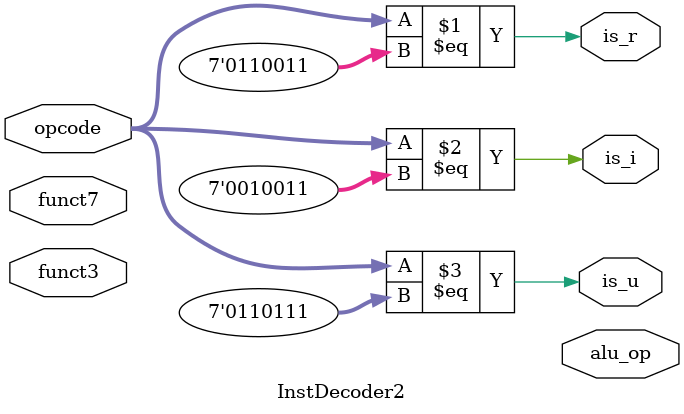
<source format=v>
`define INST_R 7'b0110011
`define INST_I 7'b0010011
`define INST_U 7'b0110111

module InstDecoder2 (
  input [6:0] opcode,
  input [2:0] funct3, 
  input [6:0] funct7,
  output is_r,
  output is_i,
  output is_u,  //不包括auipc
    /// input | op
    /// 0000  | add
    /// 0001  | sll
    /// 0010  | slt
    /// 0011  | sltu
    /// 0100  | xor
    /// 0101  | srl
    /// 0110  | or
    /// 0111  | and
    /// 1000  | sub
    /// 1001  | sra
    /// 1010  | addu 
    /// 1011  | subu
    /// ****  | unvalid
  output [3:0] alu_op
);

assign is_r = (opcode == `INST_R);
assign is_i = (opcode == `INST_I);
assign is_u = (opcode == `INST_U);



endmodule
</source>
